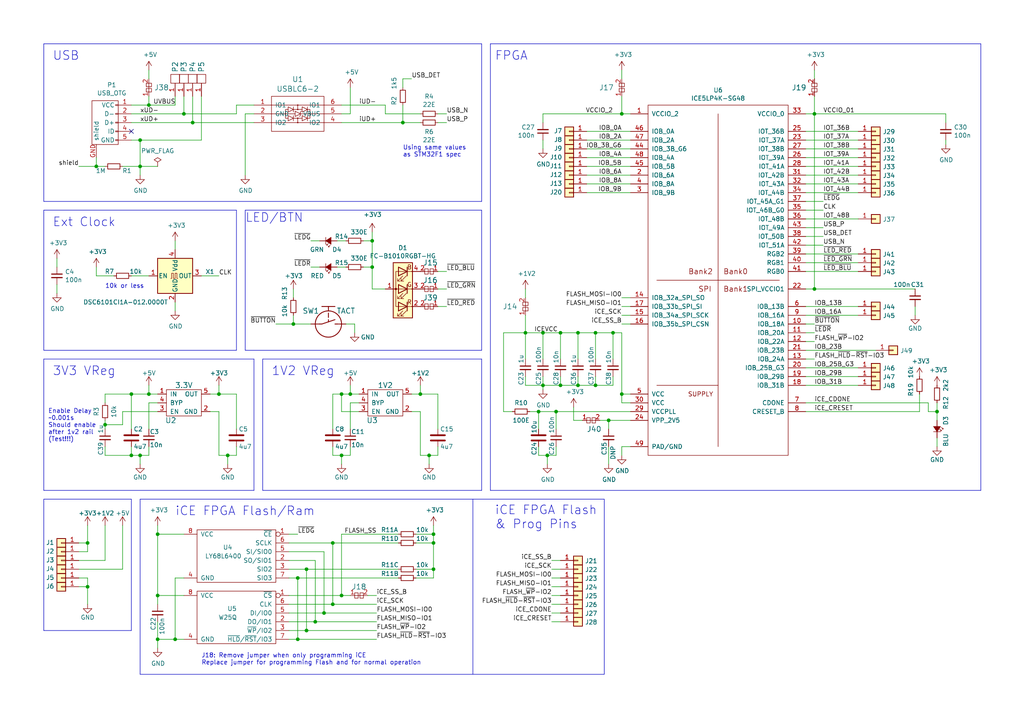
<source format=kicad_sch>
(kicad_sch (version 20230121) (generator eeschema)
  (paper "A4")
  (title_block (title "iCEBreaker-bitsy") (rev "V0.3a") (company "1BitSquared") (comment 1 "2018-2020 (C) 1BitSquared <info@1bitsquared.com>") (comment 2 "2018-2020 (C) Piotr Esden-Tempski <piotr@esden.net>") (comment 3 "License: CC-BY-SA V4.0"))
  (junction (at 180.34 33.02))
  (junction (at 180.34 114.3))
  (junction (at 93.98 177.8))
  (junction (at 236.22 33.02))
  (junction (at 152.4 96.52))
  (junction (at 125.73 165.1))
  (junction (at 40.64 132.08))
  (junction (at 45.72 154.94))
  (junction (at 40.64 48.26))
  (junction (at 99.06 114.3))
  (junction (at 25.4 170.18))
  (junction (at 116.84 35.56))
  (junction (at 55.88 35.56))
  (junction (at 107.95 77.47))
  (junction (at 172.72 111.76))
  (junction (at 38.1 132.08))
  (junction (at 38.1 114.3))
  (junction (at 177.8 96.52))
  (junction (at 101.6 114.3))
  (junction (at 66.04 132.08))
  (junction (at 30.48 123.19))
  (junction (at 45.72 172.72))
  (junction (at 167.64 111.76))
  (junction (at 121.92 114.3))
  (junction (at 43.18 114.3))
  (junction (at 167.64 96.52))
  (junction (at 53.34 33.02))
  (junction (at 86.36 167.64))
  (junction (at 107.95 69.85))
  (junction (at 271.78 119.38))
  (junction (at 99.06 172.72))
  (junction (at 96.52 157.48))
  (junction (at 124.46 132.08))
  (junction (at 157.48 111.76))
  (junction (at 45.72 185.42))
  (junction (at 125.73 157.48))
  (junction (at 158.75 132.08))
  (junction (at 172.72 96.52))
  (junction (at 99.06 132.08))
  (junction (at 162.56 111.76))
  (junction (at 27.94 48.26))
  (junction (at 63.5 114.3))
  (junction (at 161.29 119.38))
  (junction (at 25.4 157.48))
  (junction (at 40.64 40.64))
  (junction (at 43.18 30.48))
  (junction (at 96.52 175.26))
  (junction (at 50.8 185.42))
  (junction (at 91.44 180.34))
  (junction (at 157.48 96.52))
  (junction (at 85.09 93.98))
  (junction (at 125.73 154.94))
  (junction (at 88.9 182.88))
  (junction (at 88.9 165.1))
  (junction (at 236.22 83.82))
  (junction (at 86.36 185.42))
  (junction (at 156.21 119.38))
  (junction (at 162.56 96.52))
  (junction (at 176.53 121.92))
  (no_connect (at 38.1 38.1))
  (wire (pts (xy 16.51 74.93) (xy 16.51 77.47)))
  (wire (pts (xy 92.71 69.85) (xy 90.17 69.85)))
  (wire (pts (xy 127 78.74) (xy 129.54 78.74)))
  (wire (pts (xy 30.48 162.56) (xy 30.48 152.4)))
  (wire (pts (xy 162.56 111.76) (xy 162.56 109.22)))
  (wire (pts (xy 83.82 154.94) (xy 86.36 154.94)))
  (wire (pts (xy 35.56 165.1) (xy 35.56 152.4)))
  (wire (pts (xy 146.05 96.52) (xy 146.05 119.38)))
  (wire (pts (xy 125.73 165.1) (xy 120.65 165.1)))
  (wire (pts (xy 271.78 127) (xy 271.78 129.54)))
  (wire (pts (xy 40.64 48.26) (xy 45.72 48.26)))
  (wire (pts (xy 96.52 157.48) (xy 83.82 157.48)))
  (wire (pts (xy 22.86 167.64) (xy 25.4 167.64)))
  (wire (pts (xy 63.5 114.3) (xy 63.5 111.76)))
  (wire (pts (xy 63.5 114.3) (xy 68.58 114.3)))
  (wire (pts (xy 125.73 157.48) (xy 120.65 157.48)))
  (wire (pts (xy 85.09 86.36) (xy 85.09 83.82)))
  (wire (pts (xy 236.22 33.02) (xy 236.22 83.82)))
  (wire (pts (xy 182.88 55.88) (xy 170.18 55.88)))
  (wire (pts (xy 88.9 165.1) (xy 115.57 165.1)))
  (wire (pts (xy 30.48 129.54) (xy 30.48 132.08)))
  (wire (pts (xy 146.05 119.38) (xy 148.59 119.38)))
  (wire (pts (xy 45.72 180.34) (xy 45.72 185.42)))
  (wire (pts (xy 274.32 40.64) (xy 274.32 41.91)))
  (wire (pts (xy 92.71 77.47) (xy 90.17 77.47)))
  (polyline (pts (xy 73.66 104.14) (xy 73.66 142.24)))
  (wire (pts (xy 50.8 167.64) (xy 50.8 185.42)))
  (wire (pts (xy 116.84 35.56) (xy 121.92 35.56)))
  (wire (pts (xy 125.73 165.1) (xy 125.73 167.64)))
  (polyline (pts (xy 12.7 12.7) (xy 139.7 12.7)))
  (wire (pts (xy 53.34 185.42) (xy 50.8 185.42)))
  (wire (pts (xy 152.4 111.76) (xy 157.48 111.76)))
  (wire (pts (xy 30.48 116.84) (xy 30.48 114.3)))
  (wire (pts (xy 167.64 96.52) (xy 162.56 96.52)))
  (wire (pts (xy 182.88 91.44) (xy 180.34 91.44)))
  (wire (pts (xy 25.4 170.18) (xy 25.4 175.26)))
  (wire (pts (xy 68.58 33.02) (xy 68.58 30.48)))
  (wire (pts (xy 162.56 96.52) (xy 162.56 104.14)))
  (wire (pts (xy 182.88 48.26) (xy 170.18 48.26)))
  (wire (pts (xy 83.82 167.64) (xy 86.36 167.64)))
  (wire (pts (xy 266.7 119.38) (xy 266.7 114.3)))
  (wire (pts (xy 121.92 114.3) (xy 127 114.3)))
  (wire (pts (xy 233.68 106.68) (xy 248.92 106.68)))
  (wire (pts (xy 40.64 40.64) (xy 40.64 48.26)))
  (wire (pts (xy 45.72 185.42) (xy 45.72 187.96)))
  (wire (pts (xy 38.1 114.3) (xy 43.18 114.3)))
  (wire (pts (xy 127 114.3) (xy 127 124.46)))
  (wire (pts (xy 182.88 116.84) (xy 180.34 116.84)))
  (wire (pts (xy 104.14 119.38) (xy 99.06 119.38)))
  (wire (pts (xy 50.8 30.48) (xy 43.18 30.48)))
  (polyline (pts (xy 12.7 182.88) (xy 12.7 144.78)))
  (wire (pts (xy 233.68 96.52) (xy 236.22 96.52)))
  (wire (pts (xy 121.92 119.38) (xy 121.92 132.08)))
  (wire (pts (xy 102.87 93.98) (xy 102.87 96.52)))
  (wire (pts (xy 176.53 129.54) (xy 176.53 134.62)))
  (wire (pts (xy 38.1 30.48) (xy 43.18 30.48)))
  (wire (pts (xy 60.96 119.38) (xy 63.5 119.38)))
  (polyline (pts (xy 12.7 142.24) (xy 12.7 104.14)))
  (wire (pts (xy 271.78 116.84) (xy 271.78 119.38)))
  (wire (pts (xy 125.73 154.94) (xy 125.73 157.48)))
  (wire (pts (xy 160.02 165.1) (xy 162.56 165.1)))
  (wire (pts (xy 265.43 88.9) (xy 265.43 91.44)))
  (wire (pts (xy 180.34 20.32) (xy 180.34 22.86)))
  (wire (pts (xy 233.68 88.9) (xy 248.92 88.9)))
  (wire (pts (xy 53.34 154.94) (xy 45.72 154.94)))
  (wire (pts (xy 22.86 157.48) (xy 25.4 157.48)))
  (wire (pts (xy 45.72 116.84) (xy 43.18 116.84)))
  (wire (pts (xy 180.34 96.52) (xy 177.8 96.52)))
  (wire (pts (xy 177.8 96.52) (xy 172.72 96.52)))
  (wire (pts (xy 85.09 93.98) (xy 80.01 93.98)))
  (wire (pts (xy 25.4 157.48) (xy 25.4 152.4)))
  (wire (pts (xy 233.68 38.1) (xy 248.92 38.1)))
  (wire (pts (xy 68.58 132.08) (xy 68.58 129.54)))
  (wire (pts (xy 106.68 172.72) (xy 109.22 172.72)))
  (polyline (pts (xy 139.7 58.42) (xy 12.7 58.42)))
  (polyline (pts (xy 139.7 104.14) (xy 139.7 142.24)))
  (wire (pts (xy 182.88 40.64) (xy 170.18 40.64)))
  (wire (pts (xy 182.88 38.1) (xy 170.18 38.1)))
  (wire (pts (xy 124.46 132.08) (xy 127 132.08)))
  (wire (pts (xy 236.22 83.82) (xy 265.43 83.82)))
  (wire (pts (xy 83.82 177.8) (xy 93.98 177.8)))
  (polyline (pts (xy 12.7 101.6) (xy 12.7 60.96)))
  (polyline (pts (xy 40.64 144.78) (xy 175.26 144.78)))
  (wire (pts (xy 161.29 119.38) (xy 161.29 124.46)))
  (wire (pts (xy 111.76 33.02) (xy 121.92 33.02)))
  (wire (pts (xy 38.1 80.01) (xy 43.18 80.01)))
  (wire (pts (xy 156.21 119.38) (xy 161.29 119.38)))
  (wire (pts (xy 96.52 132.08) (xy 99.06 132.08)))
  (wire (pts (xy 233.68 60.96) (xy 238.76 60.96)))
  (wire (pts (xy 97.79 77.47) (xy 100.33 77.47)))
  (wire (pts (xy 101.6 114.3) (xy 101.6 111.76)))
  (wire (pts (xy 43.18 114.3) (xy 45.72 114.3)))
  (wire (pts (xy 116.84 22.86) (xy 119.38 22.86)))
  (wire (pts (xy 167.64 111.76) (xy 162.56 111.76)))
  (wire (pts (xy 157.48 33.02) (xy 157.48 35.56)))
  (wire (pts (xy 115.57 154.94) (xy 99.06 154.94)))
  (polyline (pts (xy 284.48 12.7) (xy 284.48 142.24)))
  (wire (pts (xy 45.72 172.72) (xy 45.72 154.94)))
  (wire (pts (xy 121.92 114.3) (xy 121.92 111.76)))
  (wire (pts (xy 157.48 111.76) (xy 162.56 111.76)))
  (wire (pts (xy 99.06 154.94) (xy 99.06 172.72)))
  (wire (pts (xy 167.64 109.22) (xy 167.64 111.76)))
  (wire (pts (xy 152.4 83.82) (xy 152.4 86.36)))
  (wire (pts (xy 45.72 172.72) (xy 45.72 175.26)))
  (wire (pts (xy 107.95 67.31) (xy 107.95 69.85)))
  (wire (pts (xy 182.88 129.54) (xy 180.34 129.54)))
  (wire (pts (xy 158.75 132.08) (xy 158.75 134.62)))
  (wire (pts (xy 233.68 71.12) (xy 238.76 71.12)))
  (wire (pts (xy 88.9 182.88) (xy 109.22 182.88)))
  (wire (pts (xy 111.76 83.82) (xy 107.95 83.82)))
  (wire (pts (xy 30.48 121.92) (xy 30.48 123.19)))
  (wire (pts (xy 50.8 69.85) (xy 50.8 72.39)))
  (wire (pts (xy 180.34 96.52) (xy 180.34 114.3)))
  (wire (pts (xy 55.88 27.94) (xy 55.88 35.56)))
  (wire (pts (xy 172.72 109.22) (xy 172.72 111.76)))
  (wire (pts (xy 58.42 80.01) (xy 63.5 80.01)))
  (wire (pts (xy 68.58 30.48) (xy 73.66 30.48)))
  (wire (pts (xy 233.68 101.6) (xy 254 101.6)))
  (wire (pts (xy 68.58 114.3) (xy 68.58 124.46)))
  (wire (pts (xy 83.82 185.42) (xy 86.36 185.42)))
  (wire (pts (xy 40.64 132.08) (xy 40.64 134.62)))
  (wire (pts (xy 38.1 40.64) (xy 40.64 40.64)))
  (polyline (pts (xy 76.2 142.24) (xy 76.2 104.14)))
  (wire (pts (xy 173.99 121.92) (xy 176.53 121.92)))
  (wire (pts (xy 25.4 167.64) (xy 25.4 170.18)))
  (wire (pts (xy 83.82 160.02) (xy 93.98 160.02)))
  (wire (pts (xy 157.48 96.52) (xy 152.4 96.52)))
  (wire (pts (xy 83.82 165.1) (xy 88.9 165.1)))
  (wire (pts (xy 85.09 91.44) (xy 85.09 93.98)))
  (wire (pts (xy 43.18 114.3) (xy 43.18 111.76)))
  (wire (pts (xy 27.94 80.01) (xy 33.02 80.01)))
  (wire (pts (xy 233.68 111.76) (xy 248.92 111.76)))
  (polyline (pts (xy 73.66 142.24) (xy 12.7 142.24)))
  (wire (pts (xy 176.53 124.46) (xy 176.53 121.92)))
  (wire (pts (xy 233.68 63.5) (xy 248.92 63.5)))
  (wire (pts (xy 107.95 77.47) (xy 105.41 77.47)))
  (wire (pts (xy 38.1 132.08) (xy 40.64 132.08)))
  (wire (pts (xy 107.95 83.82) (xy 107.95 77.47)))
  (wire (pts (xy 156.21 124.46) (xy 156.21 119.38)))
  (wire (pts (xy 30.48 123.19) (xy 35.56 123.19)))
  (wire (pts (xy 233.68 99.06) (xy 236.22 99.06)))
  (wire (pts (xy 43.18 27.94) (xy 43.18 30.48)))
  (wire (pts (xy 127 33.02) (xy 129.54 33.02)))
  (wire (pts (xy 83.82 182.88) (xy 88.9 182.88)))
  (wire (pts (xy 233.68 43.18) (xy 248.92 43.18)))
  (wire (pts (xy 35.56 123.19) (xy 35.56 119.38)))
  (wire (pts (xy 38.1 129.54) (xy 38.1 132.08)))
  (wire (pts (xy 38.1 35.56) (xy 55.88 35.56)))
  (wire (pts (xy 157.48 40.64) (xy 157.48 43.18)))
  (wire (pts (xy 233.68 55.88) (xy 248.92 55.88)))
  (wire (pts (xy 152.4 109.22) (xy 152.4 111.76)))
  (wire (pts (xy 182.88 53.34) (xy 170.18 53.34)))
  (polyline (pts (xy 139.7 12.7) (xy 139.7 58.42)))
  (wire (pts (xy 93.98 160.02) (xy 93.98 177.8)))
  (wire (pts (xy 152.4 91.44) (xy 152.4 96.52)))
  (wire (pts (xy 160.02 175.26) (xy 162.56 175.26)))
  (wire (pts (xy 83.82 175.26) (xy 96.52 175.26)))
  (wire (pts (xy 83.82 162.56) (xy 91.44 162.56)))
  (wire (pts (xy 161.29 132.08) (xy 158.75 132.08)))
  (wire (pts (xy 50.8 27.94) (xy 50.8 30.48)))
  (wire (pts (xy 127 132.08) (xy 127 129.54)))
  (wire (pts (xy 180.34 27.94) (xy 180.34 33.02)))
  (wire (pts (xy 45.72 154.94) (xy 45.72 152.4)))
  (wire (pts (xy 55.88 35.56) (xy 73.66 35.56)))
  (wire (pts (xy 233.68 83.82) (xy 236.22 83.82)))
  (wire (pts (xy 172.72 96.52) (xy 172.72 104.14)))
  (wire (pts (xy 176.53 121.92) (xy 182.88 121.92)))
  (wire (pts (xy 233.68 48.26) (xy 248.92 48.26)))
  (polyline (pts (xy 12.7 58.42) (xy 12.7 12.7)))
  (wire (pts (xy 40.64 132.08) (xy 43.18 132.08)))
  (wire (pts (xy 43.18 116.84) (xy 43.18 124.46)))
  (wire (pts (xy 162.56 177.8) (xy 160.02 177.8)))
  (wire (pts (xy 233.68 45.72) (xy 248.92 45.72)))
  (wire (pts (xy 177.8 109.22) (xy 177.8 111.76)))
  (wire (pts (xy 66.04 132.08) (xy 66.04 134.62)))
  (wire (pts (xy 182.88 119.38) (xy 161.29 119.38)))
  (wire (pts (xy 177.8 96.52) (xy 177.8 104.14)))
  (wire (pts (xy 99.06 132.08) (xy 101.6 132.08)))
  (wire (pts (xy 22.86 162.56) (xy 30.48 162.56)))
  (polyline (pts (xy 139.7 60.96) (xy 139.7 101.6)))
  (wire (pts (xy 162.56 162.56) (xy 160.02 162.56)))
  (wire (pts (xy 119.38 114.3) (xy 121.92 114.3)))
  (polyline (pts (xy 76.2 104.14) (xy 139.7 104.14)))
  (wire (pts (xy 116.84 25.4) (xy 116.84 22.86)))
  (polyline (pts (xy 68.58 60.96) (xy 68.58 101.6)))
  (wire (pts (xy 99.06 132.08) (xy 99.06 134.62)))
  (wire (pts (xy 152.4 96.52) (xy 152.4 104.14)))
  (wire (pts (xy 22.86 165.1) (xy 35.56 165.1)))
  (wire (pts (xy 182.88 50.8) (xy 170.18 50.8)))
  (wire (pts (xy 236.22 27.94) (xy 236.22 33.02)))
  (polyline (pts (xy 38.1 144.78) (xy 38.1 182.88)))
  (wire (pts (xy 96.52 157.48) (xy 96.52 175.26)))
  (wire (pts (xy 99.06 33.02) (xy 101.6 33.02)))
  (wire (pts (xy 30.48 132.08) (xy 38.1 132.08)))
  (wire (pts (xy 127 35.56) (xy 129.54 35.56)))
  (wire (pts (xy 105.41 69.85) (xy 107.95 69.85)))
  (wire (pts (xy 73.66 33.02) (xy 71.12 33.02)))
  (wire (pts (xy 99.06 114.3) (xy 101.6 114.3)))
  (wire (pts (xy 233.68 40.64) (xy 248.92 40.64)))
  (wire (pts (xy 40.64 48.26) (xy 40.64 50.8)))
  (wire (pts (xy 83.82 172.72) (xy 99.06 172.72)))
  (wire (pts (xy 233.68 78.74) (xy 248.92 78.74)))
  (wire (pts (xy 111.76 30.48) (xy 111.76 33.02)))
  (wire (pts (xy 99.06 30.48) (xy 111.76 30.48)))
  (wire (pts (xy 63.5 132.08) (xy 66.04 132.08)))
  (polyline (pts (xy 175.26 144.78) (xy 175.26 195.58)))
  (wire (pts (xy 233.68 58.42) (xy 238.76 58.42)))
  (wire (pts (xy 35.56 119.38) (xy 45.72 119.38)))
  (wire (pts (xy 99.06 172.72) (xy 101.6 172.72)))
  (wire (pts (xy 16.51 82.55) (xy 16.51 85.09)))
  (wire (pts (xy 233.68 73.66) (xy 248.92 73.66)))
  (wire (pts (xy 121.92 132.08) (xy 124.46 132.08)))
  (wire (pts (xy 158.75 132.08) (xy 156.21 132.08)))
  (polyline (pts (xy 68.58 101.6) (xy 12.7 101.6)))
  (wire (pts (xy 125.73 167.64) (xy 120.65 167.64)))
  (wire (pts (xy 160.02 172.72) (xy 162.56 172.72)))
  (polyline (pts (xy 71.12 60.96) (xy 139.7 60.96)))
  (wire (pts (xy 96.52 129.54) (xy 96.52 132.08)))
  (wire (pts (xy 233.68 33.02) (xy 236.22 33.02)))
  (wire (pts (xy 71.12 33.02) (xy 71.12 50.8)))
  (wire (pts (xy 233.68 50.8) (xy 248.92 50.8)))
  (wire (pts (xy 27.94 45.72) (xy 27.94 48.26)))
  (wire (pts (xy 101.6 132.08) (xy 101.6 129.54)))
  (wire (pts (xy 101.6 116.84) (xy 101.6 124.46)))
  (wire (pts (xy 93.98 177.8) (xy 109.22 177.8)))
  (wire (pts (xy 101.6 33.02) (xy 101.6 25.4)))
  (wire (pts (xy 86.36 167.64) (xy 115.57 167.64)))
  (wire (pts (xy 180.34 33.02) (xy 157.48 33.02)))
  (wire (pts (xy 233.68 91.44) (xy 248.92 91.44)))
  (wire (pts (xy 30.48 114.3) (xy 38.1 114.3)))
  (wire (pts (xy 127 88.9) (xy 129.54 88.9)))
  (wire (pts (xy 233.68 76.2) (xy 248.92 76.2)))
  (wire (pts (xy 233.68 104.14) (xy 236.22 104.14)))
  (wire (pts (xy 38.1 33.02) (xy 53.34 33.02)))
  (polyline (pts (xy 142.24 142.24) (xy 142.24 12.7)))
  (wire (pts (xy 269.24 119.38) (xy 271.78 119.38)))
  (wire (pts (xy 43.18 20.32) (xy 43.18 22.86)))
  (wire (pts (xy 162.56 180.34) (xy 160.02 180.34)))
  (wire (pts (xy 53.34 172.72) (xy 45.72 172.72)))
  (wire (pts (xy 269.24 116.84) (xy 269.24 119.38)))
  (wire (pts (xy 116.84 35.56) (xy 116.84 30.48)))
  (wire (pts (xy 160.02 167.64) (xy 162.56 167.64)))
  (wire (pts (xy 182.88 88.9) (xy 180.34 88.9)))
  (wire (pts (xy 53.34 167.64) (xy 50.8 167.64)))
  (wire (pts (xy 60.96 114.3) (xy 63.5 114.3)))
  (wire (pts (xy 86.36 185.42) (xy 109.22 185.42)))
  (polyline (pts (xy 38.1 182.88) (xy 12.7 182.88)))
  (polyline (pts (xy 12.7 144.78) (xy 38.1 144.78)))
  (wire (pts (xy 96.52 175.26) (xy 109.22 175.26)))
  (wire (pts (xy 233.68 93.98) (xy 236.22 93.98)))
  (wire (pts (xy 91.44 162.56) (xy 91.44 180.34)))
  (wire (pts (xy 156.21 129.54) (xy 156.21 132.08)))
  (polyline (pts (xy 137.16 144.78) (xy 137.16 195.58)))
  (wire (pts (xy 66.04 132.08) (xy 68.58 132.08)))
  (wire (pts (xy 107.95 77.47) (xy 107.95 69.85)))
  (wire (pts (xy 125.73 157.48) (xy 125.73 165.1)))
  (wire (pts (xy 182.88 114.3) (xy 180.34 114.3)))
  (wire (pts (xy 166.37 121.92) (xy 166.37 118.11)))
  (wire (pts (xy 35.56 48.26) (xy 40.64 48.26)))
  (wire (pts (xy 27.94 77.47) (xy 27.94 80.01)))
  (wire (pts (xy 27.94 48.26) (xy 30.48 48.26)))
  (wire (pts (xy 96.52 114.3) (xy 99.06 114.3)))
  (polyline (pts (xy 284.48 142.24) (xy 142.24 142.24)))
  (wire (pts (xy 153.67 119.38) (xy 156.21 119.38)))
  (wire (pts (xy 119.38 119.38) (xy 121.92 119.38)))
  (wire (pts (xy 233.68 66.04) (xy 238.76 66.04)))
  (wire (pts (xy 233.68 116.84) (xy 269.24 116.84)))
  (wire (pts (xy 157.48 96.52) (xy 157.48 104.14)))
  (wire (pts (xy 233.68 68.58) (xy 238.76 68.58)))
  (wire (pts (xy 124.46 132.08) (xy 124.46 134.62)))
  (wire (pts (xy 53.34 27.94) (xy 53.34 33.02)))
  (wire (pts (xy 30.48 123.19) (xy 30.48 124.46)))
  (wire (pts (xy 157.48 111.76) (xy 157.48 113.03)))
  (wire (pts (xy 162.56 96.52) (xy 157.48 96.52)))
  (wire (pts (xy 22.86 160.02) (xy 25.4 160.02)))
  (wire (pts (xy 96.52 114.3) (xy 96.52 124.46)))
  (wire (pts (xy 58.42 27.94) (xy 58.42 40.64)))
  (polyline (pts (xy 40.64 195.58) (xy 40.64 144.78)))
  (wire (pts (xy 50.8 185.42) (xy 45.72 185.42)))
  (wire (pts (xy 97.79 69.85) (xy 100.33 69.85)))
  (wire (pts (xy 180.34 129.54) (xy 180.34 132.08)))
  (wire (pts (xy 22.86 170.18) (xy 25.4 170.18)))
  (polyline (pts (xy 139.7 142.24) (xy 76.2 142.24)))
  (wire (pts (xy 233.68 53.34) (xy 248.92 53.34)))
  (wire (pts (xy 101.6 114.3) (xy 104.14 114.3)))
  (wire (pts (xy 233.68 119.38) (xy 266.7 119.38)))
  (wire (pts (xy 58.42 40.64) (xy 40.64 40.64)))
  (wire (pts (xy 99.06 35.56) (xy 116.84 35.56)))
  (polyline (pts (xy 12.7 60.96) (xy 68.58 60.96)))
  (wire (pts (xy 172.72 111.76) (xy 167.64 111.76)))
  (wire (pts (xy 236.22 20.32) (xy 236.22 22.86)))
  (wire (pts (xy 180.34 114.3) (xy 180.34 116.84)))
  (wire (pts (xy 91.44 180.34) (xy 109.22 180.34)))
  (polyline (pts (xy 139.7 101.6) (xy 71.12 101.6)))
  (wire (pts (xy 50.8 87.63) (xy 50.8 90.17)))
  (polyline (pts (xy 71.12 101.6) (xy 71.12 60.96)))
  (wire (pts (xy 115.57 157.48) (xy 96.52 157.48)))
  (polyline (pts (xy 175.26 195.58) (xy 40.64 195.58)))
  (wire (pts (xy 104.14 116.84) (xy 101.6 116.84)))
  (wire (pts (xy 168.91 121.92) (xy 166.37 121.92)))
  (polyline (pts (xy 12.7 104.14) (xy 73.66 104.14)))
  (polyline (pts (xy 142.24 12.7) (xy 284.48 12.7)))
  (wire (pts (xy 167.64 96.52) (xy 167.64 104.14)))
  (wire (pts (xy 182.88 33.02) (xy 180.34 33.02)))
  (wire (pts (xy 236.22 33.02) (xy 274.32 33.02)))
  (wire (pts (xy 86.36 167.64) (xy 86.36 185.42)))
  (wire (pts (xy 182.88 86.36) (xy 180.34 86.36)))
  (wire (pts (xy 125.73 152.4) (xy 125.73 154.94)))
  (wire (pts (xy 146.05 96.52) (xy 152.4 96.52)))
  (wire (pts (xy 100.33 93.98) (xy 102.87 93.98)))
  (wire (pts (xy 172.72 96.52) (xy 167.64 96.52)))
  (wire (pts (xy 160.02 170.18) (xy 162.56 170.18)))
  (wire (pts (xy 182.88 93.98) (xy 180.34 93.98)))
  (wire (pts (xy 120.65 154.94) (xy 125.73 154.94)))
  (wire (pts (xy 27.94 48.26) (xy 22.86 48.26)))
  (wire (pts (xy 157.48 109.22) (xy 157.48 111.76)))
  (wire (pts (xy 233.68 109.22) (xy 248.92 109.22)))
  (wire (pts (xy 53.34 33.02) (xy 68.58 33.02)))
  (wire (pts (xy 271.78 119.38) (xy 271.78 121.92)))
  (wire (pts (xy 90.17 93.98) (xy 85.09 93.98)))
  (wire (pts (xy 99.06 119.38) (xy 99.06 114.3)))
  (wire (pts (xy 43.18 132.08) (xy 43.18 129.54)))
  (wire (pts (xy 83.82 180.34) (xy 91.44 180.34)))
  (wire (pts (xy 182.88 43.18) (xy 170.18 43.18)))
  (wire (pts (xy 88.9 165.1) (xy 88.9 182.88)))
  (wire (pts (xy 127 83.82) (xy 129.54 83.82)))
  (wire (pts (xy 177.8 111.76) (xy 172.72 111.76)))
  (wire (pts (xy 25.4 160.02) (xy 25.4 157.48)))
  (wire (pts (xy 182.88 45.72) (xy 170.18 45.72)))
  (wire (pts (xy 161.29 129.54) (xy 161.29 132.08)))
  (wire (pts (xy 274.32 33.02) (xy 274.32 35.56)))
  (wire (pts (xy 38.1 114.3) (xy 38.1 124.46)))
  (wire (pts (xy 63.5 119.38) (xy 63.5 132.08)))
  (text "USB" (at 15.24 17.78 0) (effects (font (size 2.54 2.54)) (justify left bottom)))
  (text "Ext Clock" (at 15.24 66.04 0) (effects (font (size 2.54 2.54)) (justify left bottom)))
  (text "iCE FPGA Flash/Ram" (at 50.8 149.86 0) (effects (font (size 2.54 2.54)) (justify left bottom)))
  (text "3V3 VReg" (at 15.24 109.22 0) (effects (font (size 2.54 2.54)) (justify left bottom)))
  (text "iCE FPGA Flash\n& Prog Pins" (at 143.51 153.67 0) (effects (font (size 2.54 2.54)) (justify left bottom)))
  (text "LED/BTN" (at 71.12 64.77 0) (effects (font (size 2.54 2.54)) (justify left bottom)))
  (text "Enable Delay\n~0.001s\nShould enable\nafter 1v2 rail\n(Test!!!)" (at 13.97 128.27 0) (effects (font (size 1.27 1.27)) (justify left bottom)))
  (text "1V2 VReg" (at 78.74 109.22 0) (effects (font (size 2.54 2.54)) (justify left bottom)))
  (text "Using same values\nas STM32F1 spec" (at 116.84 45.72 0) (effects (font (size 1.27 1.27)) (justify left bottom)))
  (text "10k or less" (at 30.48 83.82 0) (effects (font (size 1.27 1.27)) (justify left bottom)))
  (text "FPGA" (at 143.51 17.78 0) (effects (font (size 2.54 2.54)) (justify left bottom)))
  (text "J18: Remove jumper when only programming iCE\nReplace jumper for programming Flash and for normal operation" (at 58.42 193.04 0) (effects (font (size 1.27 1.27)) (justify left bottom)))
  (label "IOB_4A" (at 180.34 45.72 180))
  (label "FLASH_~{WP}-IO2" (at 160.02 172.72 180))
  (label "FLASH_MISO-IO1" (at 180.34 88.9 180))
  (label "IOT_48B" (at 238.76 63.5 0))
  (label "IOB_31B" (at 236.22 111.76 0))
  (label "~{LED_RED}" (at 129.54 88.9 0))
  (label "IOT_41A" (at 238.76 48.26 0))
  (label "iUD+" (at 104.14 35.56 0))
  (label "iCE_SS_B" (at 180.34 93.98 180))
  (label "xUD-" (at 40.64 33.02 0))
  (label "FLASH_MOSI-IO0" (at 160.02 167.64 180))
  (label "IOT_42B" (at 238.76 50.8 0))
  (label "IOB_16A" (at 236.22 91.44 0))
  (label "USB_N" (at 238.76 71.12 0))
  (label "IOB_6A" (at 180.34 50.8 180))
  (label "~{BUTTON}" (at 236.22 93.98 0))
  (label "iCE_SS_B" (at 109.22 172.72 0))
  (label "FLASH_SS" (at 109.22 154.94 180))
  (label "iCE_SCK" (at 109.22 175.26 0))
  (label "USB_P" (at 129.54 35.56 0))
  (label "IOB_29B" (at 236.22 109.22 0))
  (label "shield" (at 22.86 48.26 180))
  (label "IOB_8A" (at 180.34 53.34 180))
  (label "IOB_25B_G3" (at 236.22 106.68 0))
  (label "IOB_0A" (at 180.34 38.1 180))
  (label "CLK" (at 238.76 60.96 0))
  (label "IOT_39A" (at 238.76 45.72 0))
  (label "IOB_13B" (at 236.22 88.9 0))
  (label "FLASH_~{WP}-IO2" (at 236.22 99.06 0))
  (label "FLASH_~{HLD}-~{RST}-IO3" (at 236.22 104.14 0))
  (label "~{LED_BLU}" (at 129.54 78.74 0))
  (label "iCE_SS_B" (at 160.02 162.56 180))
  (label "iCE_SCK" (at 180.34 91.44 180))
  (label "VCCIO_2" (at 177.8 33.02 180))
  (label "iCE_CDONE" (at 160.02 177.8 180))
  (label "iCE_SCK" (at 160.02 165.1 180))
  (label "~{LED_RED}" (at 238.76 73.66 0))
  (label "~{LEDG}" (at 238.76 58.42 0))
  (label "FLASH_MOSI-IO0" (at 109.22 177.8 0))
  (label "USB_DET" (at 119.38 22.86 0))
  (label "~{LEDG}" (at 90.17 69.85 180))
  (label "IOT_36B" (at 238.76 38.1 0))
  (label "iCE_CRESET" (at 160.02 180.34 180))
  (label "FLASH_~{WP}-IO2" (at 109.22 182.88 0))
  (label "~{BUTTON}" (at 80.01 93.98 180))
  (label "USB_DET" (at 238.76 68.58 0))
  (label "~{LED_BLU}" (at 238.76 78.74 0))
  (label "FLASH_MISO-IO1" (at 160.02 170.18 180))
  (label "VCCIO_01" (at 238.76 33.02 0))
  (label "~{LEDR}" (at 236.22 96.52 0))
  (label "IOT_43A" (at 238.76 53.34 0))
  (label "IOT_44B" (at 238.76 55.88 0))
  (label "UVBUS" (at 44.45 30.48 0))
  (label "~{LED_GRN}" (at 238.76 76.2 0))
  (label "USB_P" (at 238.76 66.04 0))
  (label "iCE_CDONE" (at 236.22 116.84 0))
  (label "IOB_23B" (at 236.22 101.6 0))
  (label "USB_N" (at 129.54 33.02 0))
  (label "iUD-" (at 104.14 30.48 0))
  (label "IOB_9B" (at 180.34 55.88 180))
  (label "FLASH_MOSI-IO0" (at 180.34 86.36 180))
  (label "FLASH_~{HLD}-~{RST}-IO3" (at 109.22 185.42 0))
  (label "iCE_CRESET" (at 236.22 119.38 0))
  (label "FLASH_~{HLD}-~{RST}-IO3" (at 160.02 175.26 180))
  (label "FLASH_MISO-IO1" (at 109.22 180.34 0))
  (label "IOB_3B_G6" (at 180.34 43.18 180))
  (label "CLK" (at 63.5 80.01 0))
  (label "ICEVCC" (at 154.94 96.52 0))
  (label "~{LEDR}" (at 90.17 77.47 180))
  (label "IOT_37A" (at 238.76 40.64 0))
  (label "~{LED_GRN}" (at 129.54 83.82 0))
  (label "~{LEDG}" (at 86.36 154.94 0))
  (label "IOT_38B" (at 238.76 43.18 0))
  (label "IOB_2A" (at 180.34 40.64 180))
  (label "IOB_5B" (at 180.34 48.26 180))
  (label "xUD+" (at 40.64 35.56 0))
  (symbol (lib_id "icebreaker-bitsy-rescue:ICE5LP4K-SG48-pkl_lattice") (at 208.28 81.28 0) (unit 1)
    (property "Reference" "U6" (at 208.28 26.162 0))
    (property "Value" "ICE5LP4K-SG48" (at 208.28 28.5242 0))
    (property "Footprint" "pkl_housings_dfn_qfn:QFN-48-1EP_7x7mm_Pitch0.5mm" (effects hide))
    (property "Source" "ANY" (effects hide))
    (property "Key" "ic-ice5lp4k-sg48" (effects hide))
  )
  (symbol (lib_id "power:GND") (at 180.34 132.08 0) (unit 1)
    (property "Reference" "#PWR01" (effects hide))
    (property "Value" "GND" (at 180.467 136.5504 0))
  )
  (symbol (lib_id "icebreaker-bitsy-rescue:pkl_R_Small-pkl_device") (at 35.56 80.01 90) (unit 1)
    (property "Reference" "R7" (at 31.75 78.74 90))
    (property "Value" "10k" (at 39.37 78.74 90))
    (property "Footprint" "pkl_dipol:R_0402" (effects hide))
    (property "Source" "ANY" (effects hide))
    (property "Key" "res-0402-10k" (effects hide))
  )
  (symbol (lib_id "power:+3V3") (at 50.8 69.85 0) (unit 1)
    (property "Reference" "#PWR02" (effects hide))
    (property "Value" "+3V3" (at 51.181 65.3796 0))
  )
  (symbol (lib_id "power:+3V3") (at 27.94 77.47 0) (unit 1)
    (property "Reference" "#PWR03" (effects hide))
    (property "Value" "+3V3" (at 28.321 72.9996 0))
  )
  (symbol (lib_id "power:GND") (at 50.8 90.17 0) (unit 1)
    (property "Reference" "#PWR05" (effects hide))
    (property "Value" "GND" (at 50.927 94.6404 0))
  )
  (symbol (lib_id "icebreaker-bitsy-rescue:pkl_C_Small-pkl_device") (at 16.51 80.01 0) (unit 1)
    (property "Reference" "C4" (at 18.8468 78.8162 0) (effects (justify left)))
    (property "Value" "100n" (at 18.8468 81.1784 0) (effects (justify left)))
    (property "Footprint" "pkl_dipol:C_0402" (effects hide))
    (property "Source" "ANY" (effects hide))
    (property "Key" "cap-cer-0402-100n" (effects hide))
  )
  (symbol (lib_id "icebreaker-bitsy-rescue:pkl_USB_OTG-pkl_conn") (at 30.48 35.56 90) (mirror x) (unit 1)
    (property "Reference" "P1" (at 32.4104 24.638 90))
    (property "Value" "USB_OTG" (at 32.4104 27.0002 90))
    (property "Footprint" "pkl_connectors:Connector_USB_Micro_B_SMD" (effects hide))
    (property "Key" "conn-smd-usb-micro-b" (effects hide))
    (property "Source" "ANY" (effects hide))
  )
  (symbol (lib_id "icebreaker-bitsy-rescue:pkl_R_Small-pkl_device") (at 33.02 48.26 270) (unit 1)
    (property "Reference" "R1" (at 36.83 49.53 90))
    (property "Value" "1M" (at 29.21 49.53 90))
    (property "Footprint" "pkl_dipol:R_0402" (effects hide))
    (property "Source" "ANY" (effects hide))
    (property "Key" "res-0402-1m" (effects hide))
  )
  (symbol (lib_id "power:GND") (at 40.64 50.8 0) (unit 1)
    (property "Reference" "#PWR06" (effects hide))
    (property "Value" "GND" (at 40.767 55.2704 0))
  )
  (symbol (lib_id "power:PWR_FLAG") (at 45.72 48.26 0) (unit 1)
    (property "Reference" "#FLG01" (effects hide))
    (property "Value" "PWR_FLAG" (at 45.72 43.7642 0))
  )
  (symbol (lib_id "power:+5V") (at 43.18 20.32 0) (unit 1)
    (property "Reference" "#PWR08" (effects hide))
    (property "Value" "+5V" (at 43.561 15.8496 0))
  )
  (symbol (lib_id "icebreaker-bitsy-rescue:pkl_C_Small-pkl_device") (at 177.8 106.68 0) (mirror y) (unit 1)
    (property "Reference" "C38" (at 176.53 111.76 90) (effects (justify left)))
    (property "Value" "10n" (at 176.53 105.41 90) (effects (justify left)))
    (property "Footprint" "pkl_dipol:C_0402" (effects hide))
    (property "Source" "ANY" (effects hide))
    (property "Key" "cap-cer-0402-10n" (effects hide))
  )
  (symbol (lib_id "icebreaker-bitsy-rescue:pkl_C_Small-pkl_device") (at 172.72 106.68 0) (mirror y) (unit 1)
    (property "Reference" "C37" (at 171.45 111.76 90) (effects (justify left)))
    (property "Value" "100n" (at 171.45 105.41 90) (effects (justify left)))
    (property "Footprint" "pkl_dipol:C_0402" (effects hide))
    (property "Source" "ANY" (effects hide))
    (property "Key" "cap-cer-0402-100n" (effects hide))
  )
  (symbol (lib_id "icebreaker-bitsy-rescue:pkl_C_Small-pkl_device") (at 167.64 106.68 0) (mirror y) (unit 1)
    (property "Reference" "C36" (at 166.37 111.76 90) (effects (justify left)))
    (property "Value" "1u" (at 166.37 105.41 90) (effects (justify left)))
    (property "Footprint" "pkl_dipol:C_0402" (effects hide))
    (property "Source" "ANY" (effects hide))
    (property "Key" "cap-cer-0402-1u" (effects hide))
  )
  (symbol (lib_id "icebreaker-bitsy-rescue:pkl_VREG_5PIN_FIXED-pkl_device") (at 53.34 116.84 0) (unit 1)
    (property "Reference" "U2" (at 49.53 121.92 0) (effects (font (size 1.524 1.524))))
    (property "Value" "3.3V" (at 53.34 111.76 0) (effects (font (size 1.524 1.524))))
    (property "Footprint" "pkl_housings_sot:SOT-23-5" (effects hide))
    (property "Source" "ANY" (effects hide))
    (property "Key" "vreg-sot23-5-3v3" (effects hide))
  )
  (symbol (lib_id "icebreaker-bitsy-rescue:pkl_C-pkl_device") (at 38.1 127 0) (unit 1)
    (property "Reference" "C2" (at 38.735 124.46 0) (effects (justify left)))
    (property "Value" "4u7" (at 38.735 129.54 0) (effects (justify left)))
    (property "Footprint" "pkl_dipol:C_0603" (effects hide))
    (property "Source" "ANY" (effects hide))
    (property "Key" "cap-cer-0603-4u7" (effects hide))
  )
  (symbol (lib_id "icebreaker-bitsy-rescue:pkl_C_Small-pkl_device") (at 43.18 127 0) (unit 1)
    (property "Reference" "C3" (at 43.434 125.222 0) (effects (justify left)))
    (property "Value" "10n" (at 43.434 129.032 0) (effects (justify left)))
    (property "Footprint" "pkl_dipol:C_0402" (effects hide))
    (property "Source" "ANY" (effects hide))
    (property "Key" "cap-cer-0402-10n" (effects hide))
  )
  (symbol (lib_id "power:GND") (at 40.64 134.62 0) (unit 1)
    (property "Reference" "#PWR081" (effects hide))
    (property "Value" "GND" (at 40.64 138.43 0))
  )
  (symbol (lib_id "icebreaker-bitsy-rescue:pkl_C-pkl_device") (at 68.58 127 0) (unit 1)
    (property "Reference" "C5" (at 69.215 124.46 0) (effects (justify left)))
    (property "Value" "4u7" (at 69.215 129.54 0) (effects (justify left)))
    (property "Footprint" "pkl_dipol:C_0603" (effects hide))
    (property "Source" "ANY" (effects hide))
    (property "Key" "cap-cer-0603-4u7" (effects hide))
  )
  (symbol (lib_id "power:GND") (at 66.04 134.62 0) (unit 1)
    (property "Reference" "#PWR082" (effects hide))
    (property "Value" "GND" (at 66.04 138.43 0))
  )
  (symbol (lib_id "power:+5V") (at 43.18 111.76 0) (unit 1)
    (property "Reference" "#PWR083" (effects hide))
    (property "Value" "+5V" (at 43.18 108.204 0))
  )
  (symbol (lib_id "power:+3V3") (at 63.5 111.76 0) (unit 1)
    (property "Reference" "#PWR084" (effects hide))
    (property "Value" "+3V3" (at 63.5 108.204 0))
  )
  (symbol (lib_id "icebreaker-bitsy-rescue:pkl_VREG_5PIN_FIXED-pkl_device") (at 111.76 116.84 0) (unit 1)
    (property "Reference" "U3" (at 107.95 121.92 0) (effects (font (size 1.524 1.524))))
    (property "Value" "1V2" (at 111.76 111.76 0) (effects (font (size 1.524 1.524))))
    (property "Footprint" "pkl_housings_sot:SOT-23-5" (effects hide))
    (property "Source" "ANY" (effects hide))
    (property "Key" "vreg-sot23-5-1v2" (effects hide))
  )
  (symbol (lib_id "icebreaker-bitsy-rescue:pkl_C-pkl_device") (at 96.52 127 0) (unit 1)
    (property "Reference" "C8" (at 97.155 124.46 0) (effects (justify left)))
    (property "Value" "4u7" (at 97.155 129.54 0) (effects (justify left)))
    (property "Footprint" "pkl_dipol:C_0603" (effects hide))
    (property "Source" "ANY" (effects hide))
    (property "Key" "cap-cer-0603-4u7" (effects hide))
  )
  (symbol (lib_id "icebreaker-bitsy-rescue:pkl_C_Small-pkl_device") (at 101.6 127 0) (unit 1)
    (property "Reference" "C11" (at 101.854 125.222 0) (effects (justify left)))
    (property "Value" "10n" (at 101.854 129.032 0) (effects (justify left)))
    (property "Footprint" "pkl_dipol:C_0402" (effects hide))
    (property "Source" "ANY" (effects hide))
    (property "Key" "cap-cer-0402-10n" (effects hide))
  )
  (symbol (lib_id "power:GND") (at 99.06 134.62 0) (unit 1)
    (property "Reference" "#PWR085" (effects hide))
    (property "Value" "GND" (at 99.06 138.43 0))
  )
  (symbol (lib_id "icebreaker-bitsy-rescue:pkl_C-pkl_device") (at 127 127 0) (unit 1)
    (property "Reference" "C15" (at 127.635 124.46 0) (effects (justify left)))
    (property "Value" "4u7" (at 127.635 129.54 0) (effects (justify left)))
    (property "Footprint" "pkl_dipol:C_0603" (effects hide))
    (property "Source" "ANY" (effects hide))
    (property "Key" "cap-cer-0603-4u7" (effects hide))
  )
  (symbol (lib_id "power:GND") (at 124.46 134.62 0) (unit 1)
    (property "Reference" "#PWR086" (effects hide))
    (property "Value" "GND" (at 124.46 138.43 0))
  )
  (symbol (lib_id "power:+5V") (at 101.6 111.76 0) (unit 1)
    (property "Reference" "#PWR087" (effects hide))
    (property "Value" "+5V" (at 101.6 108.204 0))
  )
  (symbol (lib_id "power:+1V2") (at 121.92 111.76 0) (unit 1)
    (property "Reference" "#PWR088" (effects hide))
    (property "Value" "+1V2" (at 121.92 108.204 0))
  )
  (symbol (lib_id "power:+3V3") (at 166.37 118.11 0) (unit 1)
    (property "Reference" "#PWR035" (effects hide))
    (property "Value" "+3V3" (at 166.751 113.6396 0))
  )
  (symbol (lib_id "icebreaker-bitsy-rescue:pkl_R_Small-pkl_device") (at 151.13 119.38 270) (unit 1)
    (property "Reference" "R10" (at 151.13 116.84 90))
    (property "Value" "100E" (at 151.13 121.92 90))
    (property "Footprint" "pkl_dipol:R_0402" (effects hide))
    (property "Source" "ANY" (effects hide))
    (property "Key" "res-0402-100" (effects hide))
  )
  (symbol (lib_id "icebreaker-bitsy-rescue:pkl_C_Small-pkl_device") (at 161.29 127 0) (mirror y) (unit 1)
    (property "Reference" "C26" (at 160.02 132.08 90) (effects (justify left)))
    (property "Value" "100n" (at 160.02 125.73 90) (effects (justify left)))
    (property "Footprint" "pkl_dipol:C_0402" (effects hide))
    (property "Source" "ANY" (effects hide))
    (property "Key" "cap-cer-0402-100n" (effects hide))
  )
  (symbol (lib_id "icebreaker-bitsy-rescue:pkl_C-pkl_device") (at 156.21 127 0) (mirror y) (unit 1)
    (property "Reference" "C24" (at 154.94 132.08 90) (effects (justify left)))
    (property "Value" "10u" (at 154.94 125.73 90) (effects (justify left)))
    (property "Footprint" "pkl_dipol:C_0603" (effects hide))
    (property "Source" "ANY" (effects hide))
    (property "Key" "cap-cer-0603-10u" (effects hide))
  )
  (symbol (lib_id "power:GND") (at 158.75 134.62 0) (unit 1)
    (property "Reference" "#PWR036" (effects hide))
    (property "Value" "GND" (at 158.877 139.0904 0))
  )
  (symbol (lib_id "icebreaker-bitsy-rescue:pkl_C_Small-pkl_device") (at 162.56 106.68 0) (mirror y) (unit 1)
    (property "Reference" "C28" (at 161.29 111.76 90) (effects (justify left)))
    (property "Value" "10n" (at 161.29 105.41 90) (effects (justify left)))
    (property "Footprint" "pkl_dipol:C_0402" (effects hide))
    (property "Source" "ANY" (effects hide))
    (property "Key" "cap-cer-0402-10n" (effects hide))
  )
  (symbol (lib_id "icebreaker-bitsy-rescue:pkl_C_Small-pkl_device") (at 157.48 106.68 0) (mirror y) (unit 1)
    (property "Reference" "C25" (at 156.21 111.76 90) (effects (justify left)))
    (property "Value" "100n" (at 156.21 105.41 90) (effects (justify left)))
    (property "Footprint" "pkl_dipol:C_0402" (effects hide))
    (property "Source" "ANY" (effects hide))
    (property "Key" "cap-cer-0402-100n" (effects hide))
  )
  (symbol (lib_id "icebreaker-bitsy-rescue:pkl_C_Small-pkl_device") (at 152.4 106.68 0) (mirror y) (unit 1)
    (property "Reference" "C23" (at 151.13 111.76 90) (effects (justify left)))
    (property "Value" "1u" (at 151.13 105.41 90) (effects (justify left)))
    (property "Footprint" "pkl_dipol:C_0402" (effects hide))
    (property "Source" "ANY" (effects hide))
    (property "Key" "cap-cer-0402-1u" (effects hide))
  )
  (symbol (lib_id "power:GND") (at 157.48 113.03 0) (unit 1)
    (property "Reference" "#PWR038" (effects hide))
    (property "Value" "GND" (at 157.607 117.5004 0))
  )
  (symbol (lib_id "power:+1V2") (at 152.4 83.82 0) (unit 1)
    (property "Reference" "#PWR039" (effects hide))
    (property "Value" "+1V2" (at 152.781 79.3496 0))
  )
  (symbol (lib_id "icebreaker-bitsy-rescue:pkl_R_Small-pkl_device") (at 30.48 119.38 0) (unit 1)
    (property "Reference" "R3" (at 27.94 119.38 90))
    (property "Value" "10k" (at 33.02 119.38 90))
    (property "Footprint" "pkl_dipol:R_0402" (effects hide))
    (property "Source" "ANY" (effects hide))
    (property "Key" "res-0402-10k" (effects hide))
  )
  (symbol (lib_id "icebreaker-bitsy-rescue:pkl_C_Small-pkl_device") (at 30.48 127 0) (mirror y) (unit 1)
    (property "Reference" "C39" (at 29.21 132.08 90) (effects (justify left)))
    (property "Value" "1u" (at 29.21 125.73 90) (effects (justify left)))
    (property "Footprint" "pkl_dipol:C_0402" (effects hide))
    (property "Source" "ANY" (effects hide))
    (property "Key" "cap-cer-0402-1u" (effects hide))
  )
  (symbol (lib_id "icebreaker-bitsy-rescue:W25Q-pkl_memory") (at 68.58 177.8 0) (mirror y) (unit 1)
    (property "Reference" "U5" (at 67.31 176.53 0))
    (property "Value" "W25Q" (at 66.04 179.07 0))
    (property "Footprint" "pkl_housings_soic:SOIC-8_5.3x5.3mm_Pitch1.27mm" (effects hide))
    (property "Source" "ANY" (effects hide))
    (property "Key" "eeprom-so8w-W25Q" (effects hide))
  )
  (symbol (lib_id "power:+3V3") (at 45.72 152.4 0) (unit 1)
    (property "Reference" "#PWR040" (effects hide))
    (property "Value" "+3V3" (at 46.101 147.9296 0))
  )
  (symbol (lib_id "icebreaker-bitsy-rescue:pkl_C_Small-pkl_device") (at 45.72 177.8 0) (mirror y) (unit 1)
    (property "Reference" "C22" (at 44.45 182.88 90) (effects (justify left)))
    (property "Value" "100n" (at 46.99 184.15 90) (effects (justify left)))
    (property "Footprint" "pkl_dipol:C_0402" (effects hide))
    (property "Source" "ANY" (effects hide))
    (property "Key" "cap-cer-0402-100n" (effects hide))
  )
  (symbol (lib_id "power:GND") (at 45.72 187.96 0) (unit 1)
    (property "Reference" "#PWR041" (effects hide))
    (property "Value" "GND" (at 45.847 192.4304 0))
  )
  (symbol (lib_id "icebreaker-bitsy-rescue:pkl_R_Small-pkl_device") (at 266.7 111.76 0) (unit 1)
    (property "Reference" "R19" (at 264.16 113.03 90))
    (property "Value" "10k" (at 264.16 107.95 90))
    (property "Footprint" "pkl_dipol:R_0402" (effects hide))
    (property "Source" "ANY" (effects hide))
    (property "Key" "res-0402-10k" (effects hide))
  )
  (symbol (lib_id "power:+3V3") (at 266.7 109.22 0) (unit 1)
    (property "Reference" "#PWR095" (effects hide))
    (property "Value" "+3V3" (at 267.081 104.7496 0))
  )
  (symbol (lib_id "icebreaker-bitsy-rescue:pkl_jumper_nc-pkl_misc") (at 104.14 172.72 0) (unit 1)
    (property "Reference" "J18" (at 104.14 170.18 0) (effects (font (size 1.524 1.524))))
    (property "Value" "Jumper" (effects hide))
    (property "Footprint" "pkl_jumpers:J_NC_0402_15" (effects hide))
    (property "Source" "ANY" (effects hide))
  )
  (symbol (lib_id "icebreaker-bitsy-rescue:pkl_R_Small-pkl_device") (at 116.84 27.94 0) (unit 1)
    (property "Reference" "R2" (at 114.3 29.21 90))
    (property "Value" "1k5" (at 114.3 24.13 90))
    (property "Footprint" "pkl_dipol:R_0402" (effects hide))
    (property "Key" "res-0402-1k5" (effects hide))
    (property "Source" "ANY" (effects hide))
  )
  (symbol (lib_id "icebreaker-bitsy-rescue:pkl_R4_Small-pkl_device") (at 118.11 154.94 270) (unit 1)
    (property "Reference" "R11" (at 110.49 153.67 90) (effects (justify left)))
    (property "Value" "10k" (at 120.65 153.67 90) (effects (justify left)))
    (property "Footprint" "pkl_dipol:R_Array_Convex_4x0402" (effects hide))
    (property "Source" "ANY" (effects hide))
    (property "Key" "res-0402cv-array-4-10k" (effects hide))
  )
  (symbol (lib_id "icebreaker-bitsy-rescue:pkl_R4_Small-pkl_device") (at 118.11 167.64 270) (unit 2)
    (property "Reference" "R11" (at 110.49 166.37 90) (effects (justify left)))
    (property "Value" "10k" (at 120.65 166.37 90) (effects (justify left)))
    (property "Footprint" "pkl_dipol:R_Array_Convex_4x0402" (effects hide))
    (property "Source" "ANY" (effects hide))
    (property "Key" "res-0402cv-array-4-10k" (effects hide))
  )
  (symbol (lib_id "icebreaker-bitsy-rescue:pkl_R4_Small-pkl_device") (at 118.11 165.1 270) (unit 3)
    (property "Reference" "R11" (at 110.49 163.83 90) (effects (justify left)))
    (property "Value" "10k" (at 120.65 163.83 90) (effects (justify left)))
    (property "Footprint" "pkl_dipol:R_Array_Convex_4x0402" (effects hide))
    (property "Source" "ANY" (effects hide))
    (property "Key" "res-0402cv-array-4-10k" (effects hide))
  )
  (symbol (lib_id "icebreaker-bitsy-rescue:pkl_R4_Small-pkl_device") (at 118.11 157.48 270) (unit 4)
    (property "Reference" "R11" (at 110.49 156.21 90) (effects (justify left)))
    (property "Value" "10k" (at 120.65 156.21 90) (effects (justify left)))
    (property "Footprint" "pkl_dipol:R_Array_Convex_4x0402" (effects hide))
    (property "Source" "ANY" (effects hide))
    (property "Key" "res-0402cv-array-4-10k" (effects hide))
  )
  (symbol (lib_id "icebreaker-bitsy-rescue:pkl_R_Small-pkl_device") (at 124.46 33.02 270) (unit 1)
    (property "Reference" "R4" (at 124.46 27.9654 90))
    (property "Value" "22E" (at 124.46 30.3276 90))
    (property "Footprint" "pkl_dipol:R_0402" (effects hide))
    (property "Key" "res-0402-22" (effects hide))
    (property "Source" "ANY" (effects hide))
  )
  (symbol (lib_id "icebreaker-bitsy-rescue:pkl_R_Small-pkl_device") (at 124.46 35.56 270) (unit 1)
    (property "Reference" "R6" (at 124.46 38.227 90))
    (property "Value" "22E" (at 124.46 40.5892 90))
    (property "Footprint" "pkl_dipol:R_0402" (effects hide))
    (property "Key" "res-0402-22" (effects hide))
    (property "Source" "ANY" (effects hide))
  )
  (symbol (lib_id "power:+3V3") (at 125.73 152.4 0) (unit 1)
    (property "Reference" "#PWR042" (effects hide))
    (property "Value" "+3V3" (at 126.111 147.9296 0))
  )
  (symbol (lib_id "Connector_Generic:Conn_01x01") (at 167.64 162.56 0) (unit 1)
    (property "Reference" "J21" (at 169.672 162.687 0) (effects (justify left)))
    (property "Value" "Conn_01x01" (effects hide))
    (property "Footprint" "pkl_pin_headers:Pin_Header_Straight_Round_1x01" (effects hide))
    (property "Source" "ANY" (effects hide))
  )
  (symbol (lib_id "Connector_Generic:Conn_01x01") (at 167.64 165.1 0) (unit 1)
    (property "Reference" "J22" (at 169.672 165.227 0) (effects (justify left)))
    (property "Value" "Conn_01x01" (effects hide))
    (property "Footprint" "pkl_pin_headers:Pin_Header_Straight_Round_1x01" (effects hide))
    (property "Source" "ANY" (effects hide))
  )
  (symbol (lib_id "Connector_Generic:Conn_01x01") (at 167.64 167.64 0) (unit 1)
    (property "Reference" "J23" (at 169.672 167.767 0) (effects (justify left)))
    (property "Value" "Conn_01x01" (effects hide))
    (property "Footprint" "pkl_pin_headers:Pin_Header_Straight_Round_1x01" (effects hide))
    (property "Source" "ANY" (effects hide))
  )
  (symbol (lib_id "Connector_Generic:Conn_01x01") (at 167.64 170.18 0) (unit 1)
    (property "Reference" "J24" (at 169.672 170.307 0) (effects (justify left)))
    (property "Value" "Conn_01x01" (effects hide))
    (property "Footprint" "pkl_pin_headers:Pin_Header_Straight_Round_1x01" (effects hide))
    (property "Source" "ANY" (effects hide))
  )
  (symbol (lib_id "Connector_Generic:Conn_01x01") (at 167.64 172.72 0) (unit 1)
    (property "Reference" "J25" (at 169.672 172.847 0) (effects (justify left)))
    (property "Value" "Conn_01x01" (effects hide))
    (property "Footprint" "pkl_pin_headers:Pin_Header_Straight_Round_1x01" (effects hide))
    (property "Source" "ANY" (effects hide))
  )
  (symbol (lib_id "Connector_Generic:Conn_01x01") (at 167.64 175.26 0) (unit 1)
    (property "Reference" "J26" (at 169.672 175.387 0) (effects (justify left)))
    (property "Value" "Conn_01x01" (effects hide))
    (property "Footprint" "pkl_pin_headers:Pin_Header_Straight_Round_1x01" (effects hide))
    (property "Source" "ANY" (effects hide))
  )
  (symbol (lib_id "Connector_Generic:Conn_01x01") (at 167.64 177.8 0) (unit 1)
    (property "Reference" "J27" (at 169.672 177.927 0) (effects (justify left)))
    (property "Value" "Conn_01x01" (effects hide))
    (property "Footprint" "pkl_pin_headers:Pin_Header_Straight_Round_1x01" (effects hide))
    (property "Source" "ANY" (effects hide))
  )
  (symbol (lib_id "Connector_Generic:Conn_01x01") (at 167.64 180.34 0) (unit 1)
    (property "Reference" "J28" (at 169.672 180.467 0) (effects (justify left)))
    (property "Value" "Conn_01x01" (effects hide))
    (property "Footprint" "pkl_pin_headers:Pin_Header_Straight_Round_1x01" (effects hide))
    (property "Source" "ANY" (effects hide))
  )
  (symbol (lib_id "Connector_Generic:Conn_01x01") (at 165.1 38.1 180) (unit 1)
    (property "Reference" "J7" (at 163.068 37.973 0) (effects (justify left)))
    (property "Value" "Conn_01x01" (effects hide))
    (property "Footprint" "pkl_pin_headers:Pin_Header_Straight_Round_1x01" (effects hide))
    (property "Source" "ANY" (effects hide))
  )
  (symbol (lib_id "Connector_Generic:Conn_01x01") (at 165.1 40.64 180) (unit 1)
    (property "Reference" "J8" (at 163.068 40.513 0) (effects (justify left)))
    (property "Value" "Conn_01x01" (effects hide))
    (property "Footprint" "pkl_pin_headers:Pin_Header_Straight_Round_1x01" (effects hide))
    (property "Source" "ANY" (effects hide))
  )
  (symbol (lib_id "Connector_Generic:Conn_01x01") (at 165.1 43.18 180) (unit 1)
    (property "Reference" "J9" (at 163.068 43.053 0) (effects (justify left)))
    (property "Value" "Conn_01x01" (effects hide))
    (property "Footprint" "pkl_pin_headers:Pin_Header_Straight_Round_1x01" (effects hide))
    (property "Source" "ANY" (effects hide))
  )
  (symbol (lib_id "Connector_Generic:Conn_01x01") (at 165.1 45.72 180) (unit 1)
    (property "Reference" "J10" (at 163.068 45.593 0) (effects (justify left)))
    (property "Value" "Conn_01x01" (effects hide))
    (property "Footprint" "pkl_pin_headers:Pin_Header_Straight_Round_1x01" (effects hide))
    (property "Source" "ANY" (effects hide))
  )
  (symbol (lib_id "Connector_Generic:Conn_01x01") (at 165.1 48.26 180) (unit 1)
    (property "Reference" "J11" (at 163.068 48.133 0) (effects (justify left)))
    (property "Value" "Conn_01x01" (effects hide))
    (property "Footprint" "pkl_pin_headers:Pin_Header_Straight_Round_1x01" (effects hide))
    (property "Source" "ANY" (effects hide))
  )
  (symbol (lib_id "Connector_Generic:Conn_01x01") (at 165.1 50.8 180) (unit 1)
    (property "Reference" "J12" (at 163.068 50.673 0) (effects (justify left)))
    (property "Value" "Conn_01x01" (effects hide))
    (property "Footprint" "pkl_pin_headers:Pin_Header_Straight_Round_1x01" (effects hide))
    (property "Source" "ANY" (effects hide))
  )
  (symbol (lib_id "Connector_Generic:Conn_01x01") (at 165.1 53.34 180) (unit 1)
    (property "Reference" "J13" (at 163.068 53.213 0) (effects (justify left)))
    (property "Value" "Conn_01x01" (effects hide))
    (property "Footprint" "pkl_pin_headers:Pin_Header_Straight_Round_1x01" (effects hide))
    (property "Source" "ANY" (effects hide))
  )
  (symbol (lib_id "Connector_Generic:Conn_01x01") (at 165.1 55.88 180) (unit 1)
    (property "Reference" "J20" (at 163.068 55.753 0) (effects (justify left)))
    (property "Value" "Conn_01x01" (effects hide))
    (property "Footprint" "pkl_pin_headers:Pin_Header_Straight_Round_1x01" (effects hide))
    (property "Source" "ANY" (effects hide))
  )
  (symbol (lib_id "Connector_Generic:Conn_01x01") (at 254 38.1 0) (unit 1)
    (property "Reference" "J29" (at 256.032 38.227 0) (effects (justify left)))
    (property "Value" "Conn_01x01" (effects hide))
    (property "Footprint" "pkl_pin_headers:Pin_Header_Straight_Round_1x01" (effects hide))
    (property "Source" "ANY" (effects hide))
  )
  (symbol (lib_id "Connector_Generic:Conn_01x01") (at 254 40.64 0) (unit 1)
    (property "Reference" "J30" (at 256.032 40.767 0) (effects (justify left)))
    (property "Value" "Conn_01x01" (effects hide))
    (property "Footprint" "pkl_pin_headers:Pin_Header_Straight_Round_1x01" (effects hide))
    (property "Source" "ANY" (effects hide))
  )
  (symbol (lib_id "Connector_Generic:Conn_01x01") (at 254 43.18 0) (unit 1)
    (property "Reference" "J31" (at 256.032 43.307 0) (effects (justify left)))
    (property "Value" "Conn_01x01" (effects hide))
    (property "Footprint" "pkl_pin_headers:Pin_Header_Straight_Round_1x01" (effects hide))
    (property "Source" "ANY" (effects hide))
  )
  (symbol (lib_id "Connector_Generic:Conn_01x01") (at 254 45.72 0) (unit 1)
    (property "Reference" "J32" (at 256.032 45.847 0) (effects (justify left)))
    (property "Value" "Conn_01x01" (effects hide))
    (property "Footprint" "pkl_pin_headers:Pin_Header_Straight_Round_1x01" (effects hide))
    (property "Source" "ANY" (effects hide))
  )
  (symbol (lib_id "Connector_Generic:Conn_01x01") (at 254 48.26 0) (unit 1)
    (property "Reference" "J33" (at 256.032 48.387 0) (effects (justify left)))
    (property "Value" "Conn_01x01" (effects hide))
    (property "Footprint" "pkl_pin_headers:Pin_Header_Straight_Round_1x01" (effects hide))
    (property "Source" "ANY" (effects hide))
  )
  (symbol (lib_id "Connector_Generic:Conn_01x01") (at 254 50.8 0) (unit 1)
    (property "Reference" "J34" (at 256.032 50.927 0) (effects (justify left)))
    (property "Value" "Conn_01x01" (effects hide))
    (property "Footprint" "pkl_pin_headers:Pin_Header_Straight_Round_1x01" (effects hide))
    (property "Source" "ANY" (effects hide))
  )
  (symbol (lib_id "Connector_Generic:Conn_01x01") (at 254 53.34 0) (unit 1)
    (property "Reference" "J35" (at 256.032 53.467 0) (effects (justify left)))
    (property "Value" "Conn_01x01" (effects hide))
    (property "Footprint" "pkl_pin_headers:Pin_Header_Straight_Round_1x01" (effects hide))
    (property "Source" "ANY" (effects hide))
  )
  (symbol (lib_id "Connector_Generic:Conn_01x01") (at 254 63.5 0) (unit 1)
    (property "Reference" "J37" (at 256.032 63.627 0) (effects (justify left)))
    (property "Value" "Conn_01x01" (effects hide))
    (property "Footprint" "pkl_pin_headers:Pin_Header_Straight_Round_1x01" (effects hide))
    (property "Source" "ANY" (effects hide))
  )
  (symbol (lib_id "Connector_Generic:Conn_01x01") (at 254 73.66 0) (unit 1)
    (property "Reference" "J41" (at 256.032 73.787 0) (effects (justify left)))
    (property "Value" "Conn_01x01" (effects hide))
    (property "Footprint" "pkl_pin_headers:Pin_Header_Straight_Round_1x01" (effects hide))
    (property "Source" "ANY" (effects hide))
  )
  (symbol (lib_id "Connector_Generic:Conn_01x01") (at 254 76.2 0) (unit 1)
    (property "Reference" "J42" (at 256.032 76.327 0) (effects (justify left)))
    (property "Value" "Conn_01x01" (effects hide))
    (property "Footprint" "pkl_pin_headers:Pin_Header_Straight_Round_1x01" (effects hide))
    (property "Source" "ANY" (effects hide))
  )
  (symbol (lib_id "Connector_Generic:Conn_01x01") (at 254 78.74 0) (unit 1)
    (property "Reference" "J43" (at 256.032 78.867 0) (effects (justify left)))
    (property "Value" "Conn_01x01" (effects hide))
    (property "Footprint" "pkl_pin_headers:Pin_Header_Straight_Round_1x01" (effects hide))
    (property "Source" "ANY" (effects hide))
  )
  (symbol (lib_id "Connector_Generic:Conn_01x01") (at 254 55.88 0) (unit 1)
    (property "Reference" "J36" (at 256.032 56.007 0) (effects (justify left)))
    (property "Value" "Conn_01x01" (effects hide))
    (property "Footprint" "pkl_pin_headers:Pin_Header_Straight_Round_1x01" (effects hide))
    (property "Source" "ANY" (effects hide))
  )
  (symbol (lib_id "Connector_Generic:Conn_01x01") (at 254 88.9 0) (unit 1)
    (property "Reference" "J44" (at 256.032 89.027 0) (effects (justify left)))
    (property "Value" "Conn_01x01" (effects hide))
    (property "Footprint" "pkl_pin_headers:Pin_Header_Straight_Round_1x01" (effects hide))
    (property "Source" "ANY" (effects hide))
  )
  (symbol (lib_id "Connector_Generic:Conn_01x01") (at 254 91.44 0) (unit 1)
    (property "Reference" "J45" (at 256.032 91.567 0) (effects (justify left)))
    (property "Value" "Conn_01x01" (effects hide))
    (property "Footprint" "pkl_pin_headers:Pin_Header_Straight_Round_1x01" (effects hide))
    (property "Source" "ANY" (effects hide))
  )
  (symbol (lib_id "Connector_Generic:Conn_01x01") (at 259.08 101.6 0) (unit 1)
    (property "Reference" "J49" (at 261.112 101.727 0) (effects (justify left)))
    (property "Value" "Conn_01x01" (effects hide))
    (property "Footprint" "pkl_pin_headers:Pin_Header_Straight_Round_1x01" (effects hide))
    (property "Source" "ANY" (effects hide))
  )
  (symbol (lib_id "Connector_Generic:Conn_01x01") (at 254 106.68 0) (unit 1)
    (property "Reference" "J46" (at 256.032 106.807 0) (effects (justify left)))
    (property "Value" "Conn_01x01" (effects hide))
    (property "Footprint" "pkl_pin_headers:Pin_Header_Straight_Round_1x01" (effects hide))
    (property "Source" "ANY" (effects hide))
  )
  (symbol (lib_id "Connector_Generic:Conn_01x01") (at 254 109.22 0) (unit 1)
    (property "Reference" "J47" (at 256.032 109.347 0) (effects (justify left)))
    (property "Value" "Conn_01x01" (effects hide))
    (property "Footprint" "pkl_pin_headers:Pin_Header_Straight_Round_1x01" (effects hide))
    (property "Source" "ANY" (effects hide))
  )
  (symbol (lib_id "Connector_Generic:Conn_01x01") (at 254 111.76 0) (unit 1)
    (property "Reference" "J48" (at 256.032 111.887 0) (effects (justify left)))
    (property "Value" "Conn_01x01" (effects hide))
    (property "Footprint" "pkl_pin_headers:Pin_Header_Straight_Round_1x01" (effects hide))
    (property "Source" "ANY" (effects hide))
  )
  (symbol (lib_id "icebreaker-bitsy-rescue:pkl_jumper_nc-pkl_misc") (at 180.34 25.4 90) (unit 1)
    (property "Reference" "J17" (at 178.054 25.4 90) (effects (font (size 1.524 1.524)) (justify left)))
    (property "Value" "Jumper" (effects hide))
    (property "Footprint" "pkl_jumpers:J_NC_0603_30" (effects hide))
    (property "Source" "ANY" (effects hide))
  )
  (symbol (lib_id "power:+3V3") (at 180.34 20.32 0) (unit 1)
    (property "Reference" "#PWR043" (effects hide))
    (property "Value" "+3V3" (at 180.721 15.8496 0))
  )
  (symbol (lib_id "icebreaker-bitsy-rescue:pkl_C_Small-pkl_device") (at 157.48 38.1 0) (mirror x) (unit 1)
    (property "Reference" "C27" (at 155.1432 36.9062 0) (effects (justify right)))
    (property "Value" "100n" (at 155.1432 39.2684 0) (effects (justify right)))
    (property "Footprint" "pkl_dipol:C_0402" (effects hide))
    (property "Source" "ANY" (effects hide))
    (property "Key" "cap-cer-0402-100n" (effects hide))
  )
  (symbol (lib_id "power:GND") (at 157.48 43.18 0) (unit 1)
    (property "Reference" "#PWR044" (effects hide))
    (property "Value" "GND" (at 157.607 47.6504 0))
  )
  (symbol (lib_id "icebreaker-bitsy-rescue:pkl_C_Small-pkl_device") (at 274.32 38.1 0) (mirror y) (unit 1)
    (property "Reference" "C30" (at 276.6568 36.9062 0) (effects (justify right)))
    (property "Value" "100n" (at 276.6568 39.2684 0) (effects (justify right)))
    (property "Footprint" "pkl_dipol:C_0402" (effects hide))
    (property "Source" "ANY" (effects hide))
    (property "Key" "cap-cer-0402-100n" (effects hide))
  )
  (symbol (lib_id "power:GND") (at 274.32 41.91 0) (unit 1)
    (property "Reference" "#PWR045" (effects hide))
    (property "Value" "GND" (at 274.447 46.3804 0))
  )
  (symbol (lib_id "power:+3V3") (at 236.22 20.32 0) (unit 1)
    (property "Reference" "#PWR046" (effects hide))
    (property "Value" "+3V3" (at 236.601 15.8496 0))
  )
  (symbol (lib_id "icebreaker-bitsy-rescue:pkl_C_Small-pkl_device") (at 265.43 86.36 0) (mirror y) (unit 1)
    (property "Reference" "C31" (at 264.16 82.55 0) (effects (justify right)))
    (property "Value" "100n" (at 259.08 82.55 0) (effects (justify right)))
    (property "Footprint" "pkl_dipol:C_0402" (effects hide))
    (property "Source" "ANY" (effects hide))
    (property "Key" "cap-cer-0402-100n" (effects hide))
  )
  (symbol (lib_id "power:GND") (at 265.43 91.44 0) (unit 1)
    (property "Reference" "#PWR047" (effects hide))
    (property "Value" "GND" (at 265.43 95.25 0))
  )
  (symbol (lib_id "icebreaker-bitsy-rescue:pkl_jumper_nc-pkl_misc") (at 152.4 88.9 90) (unit 1)
    (property "Reference" "J14" (at 150.114 88.9 90) (effects (font (size 1.524 1.524)) (justify left)))
    (property "Value" "Jumper" (effects hide))
    (property "Footprint" "pkl_jumpers:J_NC_0603_30" (effects hide))
    (property "Source" "ANY" (effects hide))
  )
  (symbol (lib_id "Connector_Generic:Conn_01x01") (at 17.78 157.48 180) (unit 1)
    (property "Reference" "J1" (at 15.748 157.353 0) (effects (justify left)))
    (property "Value" "Conn_01x01" (effects hide))
    (property "Footprint" "pkl_pin_headers:Pin_Header_Straight_Round_1x01" (effects hide))
    (property "Source" "ANY" (effects hide))
  )
  (symbol (lib_id "Connector_Generic:Conn_01x01") (at 17.78 160.02 180) (unit 1)
    (property "Reference" "J2" (at 15.748 159.893 0) (effects (justify left)))
    (property "Value" "Conn_01x01" (effects hide))
    (property "Footprint" "pkl_pin_headers:Pin_Header_Straight_Round_1x01" (effects hide))
    (property "Source" "ANY" (effects hide))
  )
  (symbol (lib_id "icebreaker-bitsy-rescue:pkl_jumper_nc-pkl_misc") (at 236.22 25.4 90) (unit 1)
    (property "Reference" "J19" (at 233.934 25.4 90) (effects (font (size 1.524 1.524)) (justify left)))
    (property "Value" "Jumper" (effects hide))
    (property "Footprint" "pkl_jumpers:J_NC_0603_30" (effects hide))
    (property "Source" "ANY" (effects hide))
  )
  (symbol (lib_id "power:+3V3") (at 25.4 152.4 0) (unit 1)
    (property "Reference" "#PWR04" (effects hide))
    (property "Value" "+3V3" (at 25.4 148.844 0))
  )
  (symbol (lib_id "Connector_Generic:Conn_01x01") (at 17.78 162.56 180) (unit 1)
    (property "Reference" "J3" (at 15.748 162.433 0) (effects (justify left)))
    (property "Value" "Conn_01x01" (effects hide))
    (property "Footprint" "pkl_pin_headers:Pin_Header_Straight_Round_1x01" (effects hide))
    (property "Source" "ANY" (effects hide))
  )
  (symbol (lib_id "Connector_Generic:Conn_01x01") (at 17.78 165.1 180) (unit 1)
    (property "Reference" "J4" (at 15.748 164.973 0) (effects (justify left)))
    (property "Value" "Conn_01x01" (effects hide))
    (property "Footprint" "pkl_pin_headers:Pin_Header_Straight_Round_1x01" (effects hide))
    (property "Source" "ANY" (effects hide))
  )
  (symbol (lib_id "Connector_Generic:Conn_01x01") (at 17.78 167.64 180) (unit 1)
    (property "Reference" "J5" (at 15.748 167.513 0) (effects (justify left)))
    (property "Value" "Conn_01x01" (effects hide))
    (property "Footprint" "pkl_pin_headers:Pin_Header_Straight_Round_1x01" (effects hide))
    (property "Source" "ANY" (effects hide))
  )
  (symbol (lib_id "Connector_Generic:Conn_01x01") (at 17.78 170.18 180) (unit 1)
    (property "Reference" "J6" (at 15.748 170.053 0) (effects (justify left)))
    (property "Value" "Conn_01x01" (effects hide))
    (property "Footprint" "pkl_pin_headers:Pin_Header_Straight_Round_1x01" (effects hide))
    (property "Source" "ANY" (effects hide))
  )
  (symbol (lib_id "power:GND") (at 25.4 175.26 0) (unit 1)
    (property "Reference" "#PWR07" (effects hide))
    (property "Value" "GND" (at 25.4 179.07 0))
  )
  (symbol (lib_id "power:+1V2") (at 30.48 152.4 0) (unit 1)
    (property "Reference" "#PWR09" (effects hide))
    (property "Value" "+1V2" (at 30.48 148.844 0))
  )
  (symbol (lib_id "power:+5V") (at 35.56 152.4 0) (unit 1)
    (property "Reference" "#PWR010" (effects hide))
    (property "Value" "+5V" (at 35.56 148.844 0))
  )
  (symbol (lib_id "icebreaker-bitsy-rescue:USBLC6-2-pkl_misc") (at 86.36 33.02 0) (unit 1)
    (property "Reference" "U1" (at 86.36 22.987 0) (effects (font (size 1.524 1.524))))
    (property "Value" "USBLC6-2" (at 86.36 25.781 0) (effects (font (size 1.524 1.524))))
    (property "Footprint" "pkl_housings_sot:SOT-666" (effects hide))
    (property "Key" "tvs-diode-sot666" (effects hide))
    (property "Source" "ANY" (effects hide))
  )
  (symbol (lib_id "power:GND") (at 71.12 50.8 0) (unit 1)
    (property "Reference" "#PWR011" (effects hide))
    (property "Value" "GND" (at 71.247 55.2704 0))
  )
  (symbol (lib_id "power:+5V") (at 101.6 25.4 0) (unit 1)
    (property "Reference" "#PWR012" (effects hide))
    (property "Value" "+5V" (at 101.981 20.9296 0))
  )
  (symbol (lib_id "icebreaker-bitsy-rescue:pkl_jumper_nc-pkl_misc") (at 43.18 25.4 90) (unit 1)
    (property "Reference" "J38" (at 44.704 25.4 90) (effects (font (size 1.524 1.524)) (justify right)))
    (property "Value" "Jumper" (effects hide))
    (property "Footprint" "pkl_jumpers:J_NC_0603_30" (effects hide))
    (property "Source" "ANY" (effects hide))
  )
  (symbol (lib_id "power:GND") (at 16.51 85.09 0) (unit 1)
    (property "Reference" "#PWR0101" (effects hide))
    (property "Value" "GND" (at 16.637 89.5604 0))
  )
  (symbol (lib_id "icebreaker-bitsy-rescue:pkl_Led_Small-pkl_device") (at 95.25 69.85 180) (unit 1)
    (property "Reference" "D4" (at 99.06 72.39 0) (effects (justify left)))
    (property "Value" "GRN" (at 93.98 72.39 0) (effects (justify left)))
    (property "Footprint" "pkl_dipol:D_0603" (effects hide))
    (property "Source" "ANY" (effects hide))
    (property "Key" "led-0603-grn" (effects hide))
  )
  (symbol (lib_id "icebreaker-bitsy-rescue:pkl_Led_Small-pkl_device") (at 95.25 77.47 180) (unit 1)
    (property "Reference" "D5" (at 99.06 80.01 0) (effects (justify left)))
    (property "Value" "RED" (at 93.98 80.01 0) (effects (justify left)))
    (property "Footprint" "pkl_dipol:D_0603" (effects hide))
    (property "Source" "ANY" (effects hide))
    (property "Key" "led-0603-red" (effects hide))
  )
  (symbol (lib_id "icebreaker-bitsy-rescue:pkl_R_Small-pkl_device") (at 102.87 69.85 90) (unit 1)
    (property "Reference" "R14" (at 99.06 68.58 90))
    (property "Value" "330E" (at 104.14 67.31 90))
    (property "Footprint" "pkl_dipol:R_0402" (effects hide))
    (property "Source" "ANY" (effects hide))
    (property "Key" "res-0402-330" (effects hide))
  )
  (symbol (lib_id "icebreaker-bitsy-rescue:pkl_R_Small-pkl_device") (at 102.87 77.47 90) (unit 1)
    (property "Reference" "R15" (at 99.06 76.2 90))
    (property "Value" "330E" (at 104.14 74.93 90))
    (property "Footprint" "pkl_dipol:R_0402" (effects hide))
    (property "Source" "ANY" (effects hide))
    (property "Key" "res-0402-330" (effects hide))
  )
  (symbol (lib_id "power:+3V3") (at 107.95 67.31 0) (unit 1)
    (property "Reference" "#PWR059" (effects hide))
    (property "Value" "+3V3" (at 105.41 62.23 0) (effects (justify left)))
  )
  (symbol (lib_id "icebreaker-bitsy-rescue:pkl_C_Small-pkl_device") (at 176.53 127 0) (mirror y) (unit 1)
    (property "Reference" "C35" (at 175.26 132.08 90) (effects (justify left)))
    (property "Value" "DNP" (at 177.8 133.35 90) (effects (justify left)))
    (property "Footprint" "pkl_dipol:C_0402" (effects hide))
    (property "Key" "cap-cer-0402-10n" (effects hide))
    (property "Source" "ANY" (effects hide))
  )
  (symbol (lib_id "power:GND") (at 176.53 134.62 0) (unit 1)
    (property "Reference" "#PWR092" (effects hide))
    (property "Value" "GND" (at 176.657 139.0904 0))
  )
  (symbol (lib_id "icebreaker-bitsy-rescue:TACT-pkl_misc") (at 95.25 93.98 0) (unit 1)
    (property "Reference" "SW1" (at 90.17 90.17 0) (effects (font (size 1.524 1.524))))
    (property "Value" "TACT" (at 100.33 90.17 0) (effects (font (size 1.524 1.524))))
    (property "Footprint" "pkl_buttons_switches:SW_SPST_3x4x2.5" (effects hide))
    (property "Key" "sw-tact-top-4.2-2.8" (effects hide))
  )
  (symbol (lib_id "icebreaker-bitsy-rescue:pkl_R_Small-pkl_device") (at 85.09 88.9 180) (unit 1)
    (property "Reference" "R13" (at 82.55 85.09 90))
    (property "Value" "10k" (at 82.55 90.17 90))
    (property "Footprint" "pkl_dipol:R_0402" (effects hide))
    (property "Source" "ANY" (effects hide))
    (property "Key" "res-0402-10k" (effects hide))
  )
  (symbol (lib_id "power:+3V3") (at 85.09 83.82 0) (unit 1)
    (property "Reference" "#PWR073" (effects hide))
    (property "Value" "+3V3" (at 82.55 80.01 0) (effects (justify left)))
  )
  (symbol (lib_id "icebreaker-bitsy-rescue:PAD_SMD-pkl_misc") (at 50.8 22.86 90) (unit 1)
    (property "Reference" "P2" (at 50.8 17.78 0) (effects (font (size 1.524 1.524)) (justify right)))
    (property "Value" "UP" (effects hide))
    (property "Footprint" "pkl_pads:PAD_SMD_1x2.65" (effects hide))
    (property "Source" "ANY" (effects hide))
  )
  (symbol (lib_id "icebreaker-bitsy-rescue:PAD_SMD-pkl_misc") (at 53.34 22.86 90) (unit 1)
    (property "Reference" "P3" (at 53.34 17.78 0) (effects (font (size 1.524 1.524)) (justify right)))
    (property "Value" "UP" (effects hide))
    (property "Footprint" "pkl_pads:PAD_SMD_1x2.65" (effects hide))
    (property "Source" "ANY" (effects hide))
  )
  (symbol (lib_id "icebreaker-bitsy-rescue:PAD_SMD-pkl_misc") (at 55.88 22.86 90) (unit 1)
    (property "Reference" "P4" (at 55.88 17.78 0) (effects (font (size 1.524 1.524)) (justify right)))
    (property "Value" "UP" (effects hide))
    (property "Footprint" "pkl_pads:PAD_SMD_1x2.65" (effects hide))
    (property "Source" "ANY" (effects hide))
  )
  (symbol (lib_id "icebreaker-bitsy-rescue:PAD_SMD-pkl_misc") (at 58.42 22.86 90) (unit 1)
    (property "Reference" "P5" (at 58.42 17.78 0) (effects (font (size 1.524 1.524)) (justify right)))
    (property "Value" "UP" (effects hide))
    (property "Footprint" "pkl_pads:PAD_SMD_1x2.65" (effects hide))
    (property "Source" "ANY" (effects hide))
  )
  (symbol (lib_id "power:GND") (at 102.87 96.52 0) (unit 1)
    (property "Reference" "#PWR074" (effects hide))
    (property "Value" "GND" (at 106.68 97.79 0))
  )
  (symbol (lib_id "icebreaker-bitsy-rescue:pkl_Led_Small-pkl_device") (at 271.78 124.46 270) (unit 1)
    (property "Reference" "D3" (at 274.32 120.65 0) (effects (justify left)))
    (property "Value" "BLU" (at 274.32 125.73 0) (effects (justify left)))
    (property "Footprint" "pkl_dipol:D_0603" (effects hide))
    (property "Source" "ANY" (effects hide))
    (property "Key" "led-0603-blu" (effects hide))
  )
  (symbol (lib_id "power:GND") (at 271.78 129.54 0) (unit 1)
    (property "Reference" "#PWR077" (effects hide))
    (property "Value" "GND" (at 271.78 133.35 0))
  )
  (symbol (lib_id "icebreaker-bitsy-rescue:pkl_R_Small-pkl_device") (at 271.78 114.3 0) (unit 1)
    (property "Reference" "R12" (at 274.32 116.84 90))
    (property "Value" "2k2" (at 274.32 111.76 90))
    (property "Footprint" "pkl_dipol:R_0402" (effects hide))
    (property "Source" "ANY" (effects hide))
    (property "Key" "res-0402-2k2" (effects hide))
  )
  (symbol (lib_id "power:+3V3") (at 271.78 111.76 0) (unit 1)
    (property "Reference" "#PWR078" (effects hide))
    (property "Value" "+3V3" (at 272.161 107.2896 0))
  )
  (symbol (lib_id "icebreaker-bitsy-rescue:VTI7064-pkl_memory") (at 68.58 160.02 0) (mirror y) (unit 1)
    (property "Reference" "U4" (at 66.04 158.75 0))
    (property "Value" "LY68L6400" (at 64.77 161.29 0))
    (property "Footprint" "Package_SO:SOIC-8_3.9x4.9mm_P1.27mm" (effects hide))
    (property "Description" "64Mb (8M x 8)" (effects hide))
    (property "Key" "psram-so8-ly68l6400" (effects hide))
  )
  (symbol (lib_id "icebreaker-bitsy-rescue:pkl_jumper_nc-pkl_misc") (at 124.46 88.9 180) (unit 1)
    (property "Reference" "J39" (at 127 86.36 0) (effects (font (size 1.524 1.524)) (justify left)))
    (property "Value" "Jumper" (effects hide))
    (property "Footprint" "pkl_jumpers:J_NC_0603_30" (effects hide))
    (property "Source" "ANY" (effects hide))
  )
  (symbol (lib_id "icebreaker-bitsy-rescue:pkl_jumper_nc-pkl_misc") (at 124.46 83.82 180) (unit 1)
    (property "Reference" "J16" (at 127 81.28 0) (effects (font (size 1.524 1.524)) (justify left)))
    (property "Value" "Jumper" (effects hide))
    (property "Footprint" "pkl_jumpers:J_NC_0603_30" (effects hide))
    (property "Source" "ANY" (effects hide))
  )
  (symbol (lib_id "icebreaker-bitsy-rescue:pkl_jumper_nc-pkl_misc") (at 124.46 78.74 180) (unit 1)
    (property "Reference" "J15" (at 127 76.2 0) (effects (font (size 1.524 1.524)) (justify left)))
    (property "Value" "Jumper" (effects hide))
    (property "Footprint" "pkl_jumpers:J_NC_0603_30" (effects hide))
    (property "Source" "ANY" (effects hide))
  )
  (symbol (lib_id "icebreaker-bitsy-rescue:pkl_jumper_nc-pkl_misc") (at 171.45 121.92 0) (unit 1)
    (property "Reference" "J40" (at 170.18 124.46 0) (effects (font (size 1.524 1.524)) (justify left)))
    (property "Value" "Jumper" (effects hide))
    (property "Footprint" "pkl_jumpers:J_NC_0402_15" (effects hide))
    (property "Source" "ANY" (effects hide))
  )
  (symbol (lib_id "Oscillator:ASE-xxxMHz") (at 50.8 80.01 0) (unit 1)
    (property "Reference" "X1" (at 59.5884 78.8162 0) (effects (justify left)))
    (property "Value" "DSC6101CI1A-012.0000T" (at 24.13 87.63 0) (effects (justify left)))
    (property "Footprint" "pkl_misc:Oscillator_SMD_SCTF_S2DXX-4Pin_2.5x2.0mm" (effects hide))
  )
  (symbol (lib_id "Device:LED_ARGB") (at 116.84 83.82 180) (unit 1)
    (property "Reference" "D1" (at 116.84 71.882 0))
    (property "Value" "FC-B1010RGBT-HG" (at 116.84 74.2442 0))
    (property "Footprint" "pkl_led:LED_TRI_1010" (effects hide))
    (property "Key" "led-1010-rgb" (effects hide))
  )
  (symbol (lib_id "power:+3V3") (at 16.51 74.93 0) (unit 1)
    (property "Reference" "#PWR0102" (effects hide))
    (property "Value" "+3V3" (at 16.891 70.4596 0))
  )
)
</source>
